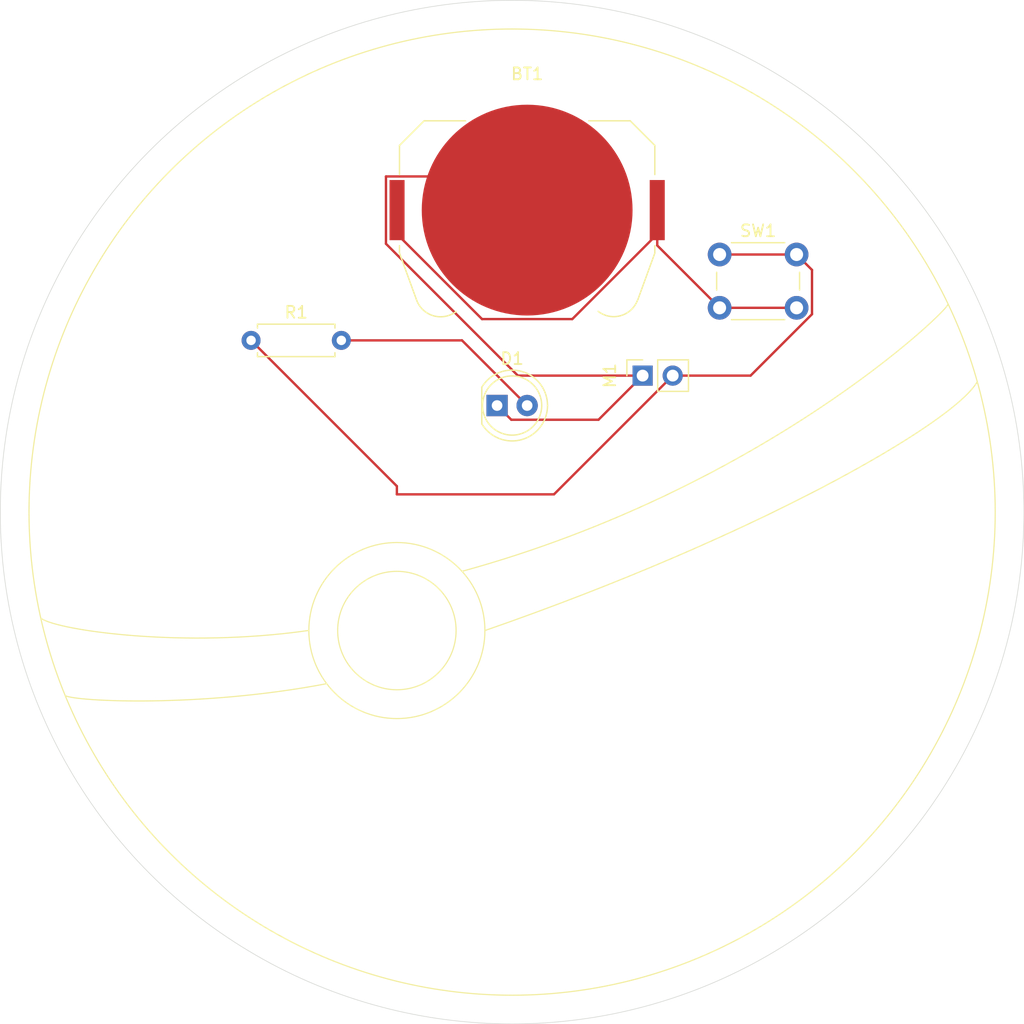
<source format=kicad_pcb>
(kicad_pcb (version 20241229) (generator "pcbnew") (generator_version "9.0")
  (layers (0 "F.Cu" signal) (2 "B.Cu" signal) (13 "F.Paste" user) (15 "B.Paste" user) (5 "F.SilkS" user "F.Silkscreen") (7 "B.SilkS" user "B.Silkscreen") (1 "F.Mask" user) (3 "B.Mask" user) (25 "Edge.Cuts" user))
  (net 0 "")
  (net 1 "Net-(BT1-+)")
  (net 2 "Net-(BT1--)")
  (net 3 "Net-(D1-A)")
  (net 4 "Net-(M1--)")
  (footprint "Button_Switch_THT:SW_PUSH_6mm" (layer "F.Cu") (at 220.75 35.25)
    (property "Reference" "SW1" (at 3.25 -2 0) (layer "F.SilkS"))
    (property "Value" "SW_Push")
    (fp_line (start -0.25 1.5) (end -0.25 3) (stroke (width 0.12)) (layer "F.SilkS"))
    (fp_line (start 1 5.5) (end 5.5 5.5) (stroke (width 0.12)) (layer "F.SilkS"))
    (fp_line (start 5.5 -1) (end 1 -1) (stroke (width 0.12)) (layer "F.SilkS"))
    (fp_line (start 6.75 3) (end 6.75 1.5) (stroke (width 0.12)) (layer "F.SilkS"))
    (pad "1" thru_hole circle (at 0 0 90) (size 2 2) (drill 1.1) (layers "*.Cu" "*.Mask") (net 4 "Net-(M1--)"))
    (pad "1" thru_hole circle (at 6.5 0 90) (size 2 2) (drill 1.1) (layers "*.Cu" "*.Mask") (net 4 "Net-(M1--)"))
    (pad "2" thru_hole circle (at 0 4.5 90) (size 2 2) (drill 1.1) (layers "*.Cu" "*.Mask") (net 1 "Net-(BT1-+)"))
    (pad "2" thru_hole circle (at 6.5 4.5 90) (size 2 2) (drill 1.1) (layers "*.Cu" "*.Mask") (net 1 "Net-(BT1-+)"))
  )
  (footprint "Battery:BatteryHolder_Keystone_3034_1x20mm" (layer "F.Cu") (at 204.5 31.5)
    (property "Reference" "BT1" (at 0 -11.5 0) (layer "F.SilkS"))
    (property "Value" "Battery_Cell")
    (fp_line (start -10.78 -5.46) (end -10.78 -3) (stroke (width 0.12)) (layer "F.SilkS"))
    (fp_line (start -10.78 3) (end -10.78 3.63) (stroke (width 0.12)) (layer "F.SilkS"))
    (fp_line (start -10.78 3.63) (end -9.34 7.58) (stroke (width 0.12)) (layer "F.SilkS"))
    (fp_line (start -8.7 -7.54) (end -10.78 -5.46) (stroke (width 0.12)) (layer "F.SilkS"))
    (fp_line (start -5.2 -7.54) (end -8.7 -7.54) (stroke (width 0.12)) (layer "F.SilkS"))
    (fp_line (start 8.7 -7.54) (end 5.2 -7.54) (stroke (width 0.12)) (layer "F.SilkS"))
    (fp_line (start 8.7 -7.54) (end 10.78 -5.46) (stroke (width 0.12)) (layer "F.SilkS"))
    (fp_line (start 10.78 -5.46) (end 10.78 -3) (stroke (width 0.12)) (layer "F.SilkS"))
    (fp_line (start 10.78 3) (end 10.78 3.63) (stroke (width 0.12)) (layer "F.SilkS"))
    (fp_line (start 10.78 3.63) (end 9.34 7.58) (stroke (width 0.12)) (layer "F.SilkS"))
    (fp_arc (start -6.003354 8.56653) (mid -7.921654 8.918738) (end -9.34 7.58) (stroke (width 0.12)) (layer "F.SilkS"))
    (fp_arc (start 9.325243 7.588169) (mid 7.90634 8.911668) (end 6 8.55) (stroke (width 0.12)) (layer "F.SilkS"))
    (pad "1" smd rect (at -10.985 0) (size 1.27 5.08) (layers "F.Cu" "F.Mask" "F.Paste") (net 1 "Net-(BT1-+)"))
    (pad "1" smd rect (at 10.985 0) (size 1.27 5.08) (layers "F.Cu" "F.Mask" "F.Paste") (net 1 "Net-(BT1-+)"))
    (pad "2" smd circle (at 0 0) (size 17.8 17.8) (layers "F.Cu" "F.Mask") (net 2 "Net-(BT1--)"))
  )
  (footprint "LED_THT:LED_D5.0mm" (layer "F.Cu") (at 201.96 48)
    (property "Reference" "D1" (at 1.27 -3.96 0) (layer "F.SilkS"))
    (property "Value" "LED")
    (fp_line (start -1.29 -1.545) (end -1.29 1.545) (stroke (width 0.12)) (layer "F.SilkS"))
    (fp_arc (start -1.29 -1.54483) (mid 2.071756 -2.880501) (end 4.26 -0.000048) (stroke (width 0.12)) (layer "F.SilkS"))
    (fp_arc (start 4.26 0.000048) (mid 2.071756 2.880501) (end -1.29 1.54483) (stroke (width 0.12)) (layer "F.SilkS"))
    (fp_circle (center 1.27 0) (end 3.77 0) (stroke (width 0.12)) (fill no) (layer "F.SilkS"))
    (pad "1" thru_hole rect (at 0 0) (size 1.8 1.8) (drill 0.9) (layers "*.Cu" "*.Mask") (net 2 "Net-(BT1--)"))
    (pad "2" thru_hole circle (at 2.54 0) (size 1.8 1.8) (drill 0.9) (layers "*.Cu" "*.Mask") (net 3 "Net-(D1-A)"))
  )
  (footprint "Resistor_THT:R_Axial_DIN0207_L6.3mm_D2.5mm_P7.62mm_Horizontal" (layer "F.Cu") (at 181.19 42.5)
    (property "Reference" "R1" (at 3.81 -2.37 0) (layer "F.SilkS"))
    (property "Value" "R")
    (fp_line (start 0.54 -1.37) (end 7.08 -1.37) (stroke (width 0.12)) (layer "F.SilkS"))
    (fp_line (start 0.54 -1.04) (end 0.54 -1.37) (stroke (width 0.12)) (layer "F.SilkS"))
    (fp_line (start 0.54 1.04) (end 0.54 1.37) (stroke (width 0.12)) (layer "F.SilkS"))
    (fp_line (start 0.54 1.37) (end 7.08 1.37) (stroke (width 0.12)) (layer "F.SilkS"))
    (fp_line (start 7.08 -1.37) (end 7.08 -1.04) (stroke (width 0.12)) (layer "F.SilkS"))
    (fp_line (start 7.08 1.37) (end 7.08 1.04) (stroke (width 0.12)) (layer "F.SilkS"))
    (pad "1" thru_hole circle (at 0 0) (size 1.6 1.6) (drill 0.8) (layers "*.Cu" "*.Mask") (net 4 "Net-(M1--)"))
    (pad "2" thru_hole oval (at 7.62 0) (size 1.6 1.6) (drill 0.8) (layers "*.Cu" "*.Mask") (net 3 "Net-(D1-A)"))
  )
  (footprint "Connector_PinSocket_2.54mm:PinSocket_1x02_P2.54mm_Vertical" (layer "F.Cu") (at 214.25 45.475 90)
    (property "Reference" "M1" (at 0 -2.77 90) (layer "F.SilkS"))
    (property "Value" "Motor_DC")
    (fp_line (start 1.33 -1.33) (end 1.33 0) (stroke (width 0.12)) (layer "F.SilkS"))
    (fp_line (start 0 -1.33) (end 1.33 -1.33) (stroke (width 0.12)) (layer "F.SilkS"))
    (fp_line (start 1.33 1.27) (end 1.33 3.87) (stroke (width 0.12)) (layer "F.SilkS"))
    (fp_line (start -1.33 1.27) (end 1.33 1.27) (stroke (width 0.12)) (layer "F.SilkS"))
    (fp_line (start -1.33 1.27) (end -1.33 3.87) (stroke (width 0.12)) (layer "F.SilkS"))
    (fp_line (start -1.33 3.87) (end 1.33 3.87) (stroke (width 0.12)) (layer "F.SilkS"))
    (pad "1" thru_hole rect (at 0 0 90) (size 1.7 1.7) (drill 1) (layers "*.Cu" "*.Mask") (net 2 "Net-(BT1--)"))
    (pad "2" thru_hole circle (at 0 2.54 90) (size 1.7 1.7) (drill 1) (layers "*.Cu" "*.Mask") (net 4 "Net-(M1--)"))
  )
  (gr_curve (pts (xy 186 67) (xy 175.5 68.5) (xy 165 67) (xy 163.5 66)) (stroke (width 0.1)) (layer "F.SilkS"))
  (gr_curve (pts (xy 200.933034 67) (xy 224 59) (xy 240.5 49.5) (xy 242.5 46)) (stroke (width 0.1)) (layer "F.SilkS"))
  (gr_curve (pts (xy 187.5 71.5) (xy 177 73.5) (xy 166.5 73) (xy 165.5 72.5)) (stroke (width 0.1)) (layer "F.SilkS"))
  (gr_circle (center 203.23 57) (end 243.5 63.5) (stroke (width 0.1)) (fill no) (layer "F.SilkS"))
  (gr_curve (pts (xy 199 62) (xy 224.5 55) (xy 240 40) (xy 240 39.5)) (stroke (width 0.1)) (layer "F.SilkS"))
  (gr_circle (center 193.5 67) (end 200.5 69.5) (stroke (width 0.1)) (fill no) (layer "F.SilkS"))
  (gr_circle (center 193.5 67) (end 196.5 71) (stroke (width 0.1)) (fill no) (layer "F.SilkS"))
  (gr_circle (center 203.23 57) (end 241 78) (stroke (width 0.05)) (fill no) (layer "Edge.Cuts"))
  (segment (start 215.485 34.485) (end 220.75 39.75) (width 0.2) (layer "F.Cu") (net 1))
  (segment (start 215.485 33.527179) (end 215.485 31.5) (width 0.2) (layer "F.Cu") (net 1))
  (segment (start 220.75 39.75) (end 227.25 39.75) (width 0.2) (layer "F.Cu") (net 1))
  (segment (start 200.688821 40.701) (end 208.311179 40.701) (width 0.2) (layer "F.Cu") (net 1))
  (segment (start 208.311179 40.701) (end 215.485 33.527179) (width 0.2) (layer "F.Cu") (net 1))
  (segment (start 193.515 33.527179) (end 200.688821 40.701) (width 0.2) (layer "F.Cu") (net 1))
  (segment (start 193.515 31.5) (end 193.515 33.527179) (width 0.2) (layer "F.Cu") (net 1))
  (segment (start 215.485 31.5) (end 215.485 34.485) (width 0.2) (layer "F.Cu") (net 1))
  (segment (start 203.161 49.201) (end 210.524 49.201) (width 0.2) (layer "F.Cu") (net 2))
  (segment (start 201.96 48) (end 203.161 49.201) (width 0.2) (layer "F.Cu") (net 2))
  (segment (start 192.579 28.659) (end 201.659 28.659) (width 0.2) (layer "F.Cu") (net 2))
  (segment (start 203.713 45.475) (end 192.579 34.341) (width 0.2) (layer "F.Cu") (net 2))
  (segment (start 201.659 28.659) (end 204.5 31.5) (width 0.2) (layer "F.Cu") (net 2))
  (segment (start 210.524 49.201) (end 214.25 45.475) (width 0.2) (layer "F.Cu") (net 2))
  (segment (start 192.579 34.341) (end 192.579 28.659) (width 0.2) (layer "F.Cu") (net 2))
  (segment (start 214.25 45.475) (end 203.713 45.475) (width 0.2) (layer "F.Cu") (net 2))
  (segment (start 199 42.5) (end 204.5 48) (width 0.2) (layer "F.Cu") (net 3))
  (segment (start 188.81 42.5) (end 199 42.5) (width 0.2) (layer "F.Cu") (net 3))
  (segment (start 216.79 45.475) (end 206.765 55.5) (width 0.2) (layer "F.Cu") (net 4))
  (segment (start 223.364892 45.475) (end 216.79 45.475) (width 0.2) (layer "F.Cu") (net 4))
  (segment (start 193.5 54.81) (end 181.19 42.5) (width 0.2) (layer "F.Cu") (net 4))
  (segment (start 228.551 40.288892) (end 223.364892 45.475) (width 0.2) (layer "F.Cu") (net 4))
  (segment (start 193.5 55.5) (end 193.5 54.81) (width 0.2) (layer "F.Cu") (net 4))
  (segment (start 206.765 55.5) (end 193.5 55.5) (width 0.2) (layer "F.Cu") (net 4))
  (segment (start 220.75 35.25) (end 227.25 35.25) (width 0.2) (layer "F.Cu") (net 4))
  (segment (start 227.25 35.25) (end 228.551 36.551) (width 0.2) (layer "F.Cu") (net 4))
  (segment (start 228.551 36.551) (end 228.551 40.288892) (width 0.2) (layer "F.Cu") (net 4))
)
</source>
